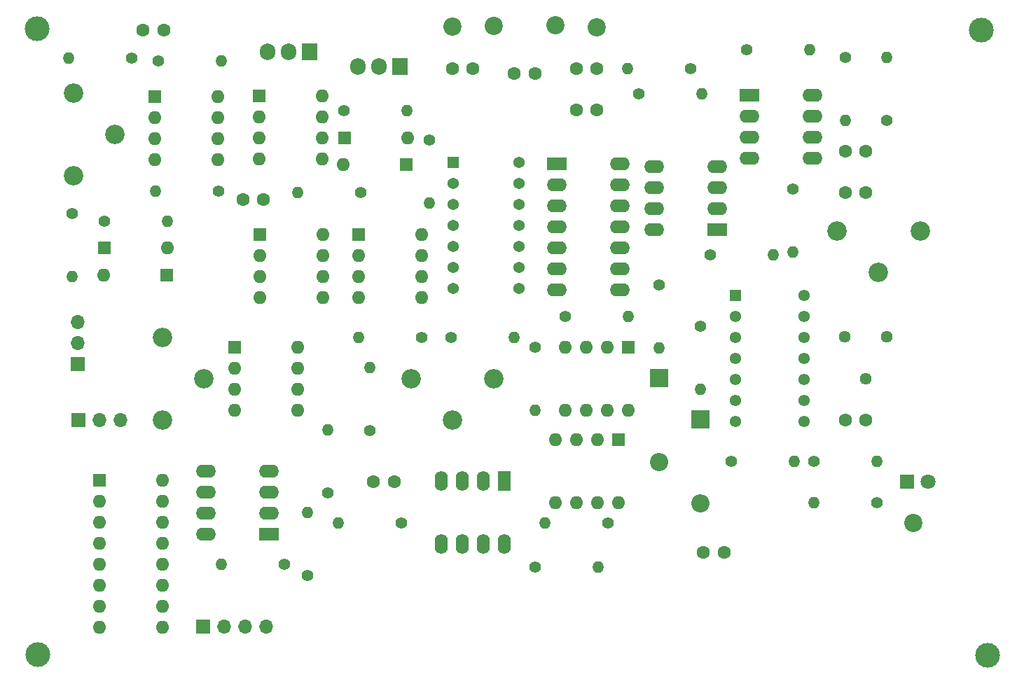
<source format=gbr>
%TF.GenerationSoftware,KiCad,Pcbnew,7.0.10*%
%TF.CreationDate,2024-03-29T17:24:56+05:30*%
%TF.ProjectId,Metal_detector,4d657461-6c5f-4646-9574-6563746f722e,rev?*%
%TF.SameCoordinates,Original*%
%TF.FileFunction,Soldermask,Bot*%
%TF.FilePolarity,Negative*%
%FSLAX46Y46*%
G04 Gerber Fmt 4.6, Leading zero omitted, Abs format (unit mm)*
G04 Created by KiCad (PCBNEW 7.0.10) date 2024-03-29 17:24:56*
%MOMM*%
%LPD*%
G01*
G04 APERTURE LIST*
G04 Aperture macros list*
%AMRoundRect*
0 Rectangle with rounded corners*
0 $1 Rounding radius*
0 $2 $3 $4 $5 $6 $7 $8 $9 X,Y pos of 4 corners*
0 Add a 4 corners polygon primitive as box body*
4,1,4,$2,$3,$4,$5,$6,$7,$8,$9,$2,$3,0*
0 Add four circle primitives for the rounded corners*
1,1,$1+$1,$2,$3*
1,1,$1+$1,$4,$5*
1,1,$1+$1,$6,$7*
1,1,$1+$1,$8,$9*
0 Add four rect primitives between the rounded corners*
20,1,$1+$1,$2,$3,$4,$5,0*
20,1,$1+$1,$4,$5,$6,$7,0*
20,1,$1+$1,$6,$7,$8,$9,0*
20,1,$1+$1,$8,$9,$2,$3,0*%
G04 Aperture macros list end*
%ADD10C,3.000000*%
%ADD11C,1.600000*%
%ADD12R,2.400000X1.600000*%
%ADD13O,2.400000X1.600000*%
%ADD14R,1.905000X2.000000*%
%ADD15O,1.905000X2.000000*%
%ADD16C,1.400000*%
%ADD17O,1.400000X1.400000*%
%ADD18R,1.600000X1.600000*%
%ADD19O,1.600000X1.600000*%
%ADD20R,1.700000X1.700000*%
%ADD21O,1.700000X1.700000*%
%ADD22R,2.200000X2.200000*%
%ADD23O,2.200000X2.200000*%
%ADD24C,2.200000*%
%ADD25R,1.800000X1.800000*%
%ADD26C,1.800000*%
%ADD27RoundRect,0.102000X-0.590000X-0.590000X0.590000X-0.590000X0.590000X0.590000X-0.590000X0.590000X0*%
%ADD28C,1.384000*%
%ADD29C,2.340000*%
%ADD30R,1.600000X2.400000*%
%ADD31O,1.600000X2.400000*%
%ADD32RoundRect,0.102000X-0.585000X-0.585000X0.585000X-0.585000X0.585000X0.585000X-0.585000X0.585000X0*%
%ADD33C,1.374000*%
%ADD34C,1.440000*%
G04 APERTURE END LIST*
D10*
%TO.C,H4*%
X134721600Y-93472000D03*
%TD*%
%TO.C,H3*%
X133985000Y-17881600D03*
%TD*%
%TO.C,H2*%
X19939000Y-93345000D03*
%TD*%
%TO.C,H1*%
X19786600Y-17703800D03*
%TD*%
D11*
%TO.C,C11*%
X100370000Y-81026000D03*
X102870000Y-81026000D03*
%TD*%
D12*
%TO.C,IC4*%
X102025000Y-41975000D03*
D13*
X102025000Y-39435000D03*
X102025000Y-36895000D03*
X102025000Y-34355000D03*
X94405000Y-34355000D03*
X94405000Y-36895000D03*
X94405000Y-39435000D03*
X94405000Y-41975000D03*
%TD*%
D14*
%TO.C,Q1*%
X63652400Y-22270600D03*
D15*
X61112400Y-22270600D03*
X58572400Y-22270600D03*
%TD*%
D16*
%TO.C,R10*%
X103690000Y-70000000D03*
D17*
X111310000Y-70000000D03*
%TD*%
D16*
%TO.C,R7*%
X117500000Y-21190000D03*
D17*
X117500000Y-28810000D03*
%TD*%
D16*
%TO.C,R31*%
X31292800Y-21209000D03*
D17*
X23672800Y-21209000D03*
%TD*%
D18*
%TO.C,U1*%
X46644400Y-25791000D03*
D19*
X46644400Y-28331000D03*
X46644400Y-30871000D03*
X46644400Y-33411000D03*
X54264400Y-33411000D03*
X54264400Y-30871000D03*
X54264400Y-28331000D03*
X54264400Y-25791000D03*
%TD*%
D20*
%TO.C,J6*%
X24725000Y-58280000D03*
D21*
X24725000Y-55740000D03*
X24725000Y-53200000D03*
%TD*%
D22*
%TO.C,D5*%
X100000000Y-64920000D03*
D23*
X100000000Y-75080000D03*
%TD*%
D16*
%TO.C,R11*%
X111175000Y-37115000D03*
D17*
X111175000Y-44735000D03*
%TD*%
D16*
%TO.C,R35*%
X92550000Y-25600000D03*
D17*
X100170000Y-25600000D03*
%TD*%
D16*
%TO.C,R30*%
X41732200Y-37363400D03*
D17*
X34112200Y-37363400D03*
%TD*%
D16*
%TO.C,R33*%
X27915000Y-40975000D03*
D17*
X35535000Y-40975000D03*
%TD*%
D16*
%TO.C,R17*%
X55000000Y-73810000D03*
D17*
X55000000Y-66190000D03*
%TD*%
D11*
%TO.C,C2*%
X117500000Y-32500000D03*
X120000000Y-32500000D03*
%TD*%
D18*
%TO.C,D1*%
X56972200Y-30861000D03*
D19*
X64592200Y-30861000D03*
%TD*%
D24*
%TO.C,J4*%
X82500000Y-17297400D03*
%TD*%
D12*
%TO.C,IC1*%
X105950000Y-25775000D03*
D13*
X105950000Y-28315000D03*
X105950000Y-30855000D03*
X105950000Y-33395000D03*
X113570000Y-33395000D03*
X113570000Y-30855000D03*
X113570000Y-28315000D03*
X113570000Y-25775000D03*
%TD*%
D24*
%TO.C,J8*%
X125750000Y-77475000D03*
%TD*%
D25*
%TO.C,D6*%
X124960000Y-72500000D03*
D26*
X127500000Y-72500000D03*
%TD*%
D11*
%TO.C,C1*%
X77500000Y-23139400D03*
X80000000Y-23139400D03*
%TD*%
D16*
%TO.C,R2*%
X58978800Y-37541200D03*
D17*
X51358800Y-37541200D03*
%TD*%
D16*
%TO.C,R28*%
X67259200Y-31115000D03*
D17*
X67259200Y-38735000D03*
%TD*%
D24*
%TO.C,J2*%
X75000000Y-17348200D03*
%TD*%
D22*
%TO.C,D7*%
X95000000Y-59920000D03*
D23*
X95000000Y-70080000D03*
%TD*%
D24*
%TO.C,J3*%
X70000000Y-17475200D03*
%TD*%
D16*
%TO.C,R24*%
X69880000Y-55000000D03*
D17*
X77500000Y-55000000D03*
%TD*%
D18*
%TO.C,U11*%
X27380000Y-72300000D03*
D19*
X27380000Y-74840000D03*
X27380000Y-77380000D03*
X27380000Y-79920000D03*
X27380000Y-82460000D03*
X27380000Y-85000000D03*
X27380000Y-87540000D03*
X27380000Y-90080000D03*
X35000000Y-90080000D03*
X35000000Y-87540000D03*
X35000000Y-85000000D03*
X35000000Y-82460000D03*
X35000000Y-79920000D03*
X35000000Y-77380000D03*
X35000000Y-74840000D03*
X35000000Y-72300000D03*
%TD*%
D14*
%TO.C,Q2*%
X52755800Y-20472400D03*
D15*
X50215800Y-20472400D03*
X47675800Y-20472400D03*
%TD*%
D24*
%TO.C,J7*%
X87500000Y-17500000D03*
%TD*%
D16*
%TO.C,R12*%
X113690000Y-70000000D03*
D17*
X121310000Y-70000000D03*
%TD*%
D16*
%TO.C,R3*%
X98810000Y-22500000D03*
D17*
X91190000Y-22500000D03*
%TD*%
D11*
%TO.C,C6*%
X44698600Y-38354000D03*
X47198600Y-38354000D03*
%TD*%
D16*
%TO.C,R9*%
X121310000Y-75000000D03*
D17*
X113690000Y-75000000D03*
%TD*%
D18*
%TO.C,U2*%
X34046000Y-25867200D03*
D19*
X34046000Y-28407200D03*
X34046000Y-30947200D03*
X34046000Y-33487200D03*
X41666000Y-33487200D03*
X41666000Y-30947200D03*
X41666000Y-28407200D03*
X41666000Y-25867200D03*
%TD*%
D12*
%TO.C,IC2*%
X47875000Y-78850000D03*
D13*
X47875000Y-76310000D03*
X47875000Y-73770000D03*
X47875000Y-71230000D03*
X40255000Y-71230000D03*
X40255000Y-73770000D03*
X40255000Y-76310000D03*
X40255000Y-78850000D03*
%TD*%
D20*
%TO.C,J1*%
X39920000Y-90000000D03*
D21*
X42460000Y-90000000D03*
X45000000Y-90000000D03*
X47540000Y-90000000D03*
%TD*%
D18*
%TO.C,U7*%
X43700000Y-56200000D03*
D19*
X43700000Y-58740000D03*
X43700000Y-61280000D03*
X43700000Y-63820000D03*
X51320000Y-63820000D03*
X51320000Y-61280000D03*
X51320000Y-58740000D03*
X51320000Y-56200000D03*
%TD*%
D16*
%TO.C,R50*%
X52500000Y-83810000D03*
D17*
X52500000Y-76190000D03*
%TD*%
D11*
%TO.C,C4*%
X120000000Y-65000000D03*
X117500000Y-65000000D03*
%TD*%
D18*
%TO.C,U10*%
X46746000Y-42580400D03*
D19*
X46746000Y-45120400D03*
X46746000Y-47660400D03*
X46746000Y-50200400D03*
X54366000Y-50200400D03*
X54366000Y-47660400D03*
X54366000Y-45120400D03*
X54366000Y-42580400D03*
%TD*%
D16*
%TO.C,R26*%
X83690000Y-52500000D03*
D17*
X91310000Y-52500000D03*
%TD*%
D16*
%TO.C,R20*%
X80010000Y-82804000D03*
D17*
X87630000Y-82804000D03*
%TD*%
D11*
%TO.C,C3*%
X120000000Y-37500000D03*
X117500000Y-37500000D03*
%TD*%
D18*
%TO.C,D4*%
X27990000Y-44225000D03*
D19*
X35610000Y-44225000D03*
%TD*%
D11*
%TO.C,C8*%
X70000000Y-22500000D03*
X72500000Y-22500000D03*
%TD*%
D27*
%TO.C,U3*%
X104245000Y-49960000D03*
D28*
X104245000Y-52500000D03*
X104245000Y-55040000D03*
X104245000Y-57580000D03*
X104245000Y-60120000D03*
X104245000Y-62660000D03*
X104245000Y-65200000D03*
X112500000Y-65200000D03*
X112500000Y-62660000D03*
X112500000Y-60120000D03*
X112500000Y-57580000D03*
X112500000Y-55040000D03*
X112500000Y-52500000D03*
X112500000Y-49960000D03*
%TD*%
D29*
%TO.C,RV3*%
X35000000Y-55000000D03*
X40000000Y-60000000D03*
X35000000Y-65000000D03*
%TD*%
D16*
%TO.C,R6*%
X100000000Y-53690000D03*
D17*
X100000000Y-61310000D03*
%TD*%
D16*
%TO.C,R27*%
X95000000Y-48690000D03*
D17*
X95000000Y-56310000D03*
%TD*%
D16*
%TO.C,R5*%
X101190000Y-45000000D03*
D17*
X108810000Y-45000000D03*
%TD*%
D16*
%TO.C,R21*%
X88810000Y-77500000D03*
D17*
X81190000Y-77500000D03*
%TD*%
D16*
%TO.C,R29*%
X34442400Y-21615400D03*
D17*
X42062400Y-21615400D03*
%TD*%
D29*
%TO.C,RV5*%
X24195400Y-25454600D03*
X29195400Y-30454600D03*
X24195400Y-35454600D03*
%TD*%
D16*
%TO.C,R23*%
X66310000Y-55000000D03*
D17*
X58690000Y-55000000D03*
%TD*%
D30*
%TO.C,IC3*%
X76300000Y-72375000D03*
D31*
X73760000Y-72375000D03*
X71220000Y-72375000D03*
X68680000Y-72375000D03*
X68680000Y-79995000D03*
X71220000Y-79995000D03*
X73760000Y-79995000D03*
X76300000Y-79995000D03*
%TD*%
D11*
%TO.C,C10*%
X85000000Y-27500000D03*
X87500000Y-27500000D03*
%TD*%
D29*
%TO.C,RV4*%
X75000000Y-60000000D03*
X70000000Y-65000000D03*
X65000000Y-60000000D03*
%TD*%
D16*
%TO.C,R22*%
X60000000Y-66310000D03*
D17*
X60000000Y-58690000D03*
%TD*%
D16*
%TO.C,R8*%
X122500000Y-28810000D03*
D17*
X122500000Y-21190000D03*
%TD*%
D32*
%TO.C,U60*%
X70156500Y-33832800D03*
D33*
X70156500Y-36372800D03*
X70156500Y-38912800D03*
X70156500Y-41452800D03*
X70156500Y-43992800D03*
X70156500Y-46532800D03*
X70156500Y-49072800D03*
X78096500Y-49072800D03*
X78096500Y-46532800D03*
X78096500Y-43992800D03*
X78096500Y-41452800D03*
X78096500Y-38912800D03*
X78096500Y-36372800D03*
X78096500Y-33832800D03*
%TD*%
D16*
%TO.C,R19*%
X49682400Y-82500000D03*
D17*
X42062400Y-82500000D03*
%TD*%
D16*
%TO.C,R32*%
X24100000Y-40040000D03*
D17*
X24100000Y-47660000D03*
%TD*%
D16*
%TO.C,R4*%
X105590000Y-20275000D03*
D17*
X113210000Y-20275000D03*
%TD*%
D16*
%TO.C,R1*%
X56896000Y-27635200D03*
D17*
X64516000Y-27635200D03*
%TD*%
D16*
%TO.C,R25*%
X80000000Y-56190000D03*
D17*
X80000000Y-63810000D03*
%TD*%
D18*
%TO.C,D2*%
X64439800Y-34086800D03*
D19*
X56819800Y-34086800D03*
%TD*%
D11*
%TO.C,C9*%
X85000000Y-22500000D03*
X87500000Y-22500000D03*
%TD*%
D12*
%TO.C,IC5*%
X82675000Y-34075000D03*
D13*
X82675000Y-36615000D03*
X82675000Y-39155000D03*
X82675000Y-41695000D03*
X82675000Y-44235000D03*
X82675000Y-46775000D03*
X82675000Y-49315000D03*
X90295000Y-49315000D03*
X90295000Y-46775000D03*
X90295000Y-44235000D03*
X90295000Y-41695000D03*
X90295000Y-39155000D03*
X90295000Y-36615000D03*
X90295000Y-34075000D03*
%TD*%
D19*
%TO.C,U8*%
X90120000Y-75000000D03*
X87580000Y-75000000D03*
X85040000Y-75000000D03*
X82500000Y-75000000D03*
X82500000Y-67380000D03*
X85040000Y-67380000D03*
X87580000Y-67380000D03*
D18*
X90120000Y-67380000D03*
%TD*%
D20*
%TO.C,J5*%
X24820000Y-65025000D03*
D21*
X27360000Y-65025000D03*
X29900000Y-65025000D03*
%TD*%
D34*
%TO.C,RV2*%
X117460000Y-54920000D03*
X120000000Y-60000000D03*
X122540000Y-54920000D03*
%TD*%
D18*
%TO.C,U9*%
X91300000Y-56200000D03*
D19*
X88760000Y-56200000D03*
X86220000Y-56200000D03*
X83680000Y-56200000D03*
X83680000Y-63820000D03*
X86220000Y-63820000D03*
X88760000Y-63820000D03*
X91300000Y-63820000D03*
%TD*%
D18*
%TO.C,D3*%
X35515000Y-47525000D03*
D19*
X27895000Y-47525000D03*
%TD*%
D29*
%TO.C,RV1*%
X126550000Y-42200000D03*
X121550000Y-47200000D03*
X116550000Y-42200000D03*
%TD*%
D11*
%TO.C,C7*%
X35108200Y-17881600D03*
X32608200Y-17881600D03*
%TD*%
D18*
%TO.C,U50*%
X58674000Y-42570400D03*
D19*
X58674000Y-45110400D03*
X58674000Y-47650400D03*
X58674000Y-50190400D03*
X66294000Y-50190400D03*
X66294000Y-47650400D03*
X66294000Y-45110400D03*
X66294000Y-42570400D03*
%TD*%
D16*
%TO.C,R18*%
X63810000Y-77500000D03*
D17*
X56190000Y-77500000D03*
%TD*%
D11*
%TO.C,C5*%
X60500000Y-72500000D03*
X63000000Y-72500000D03*
%TD*%
M02*

</source>
